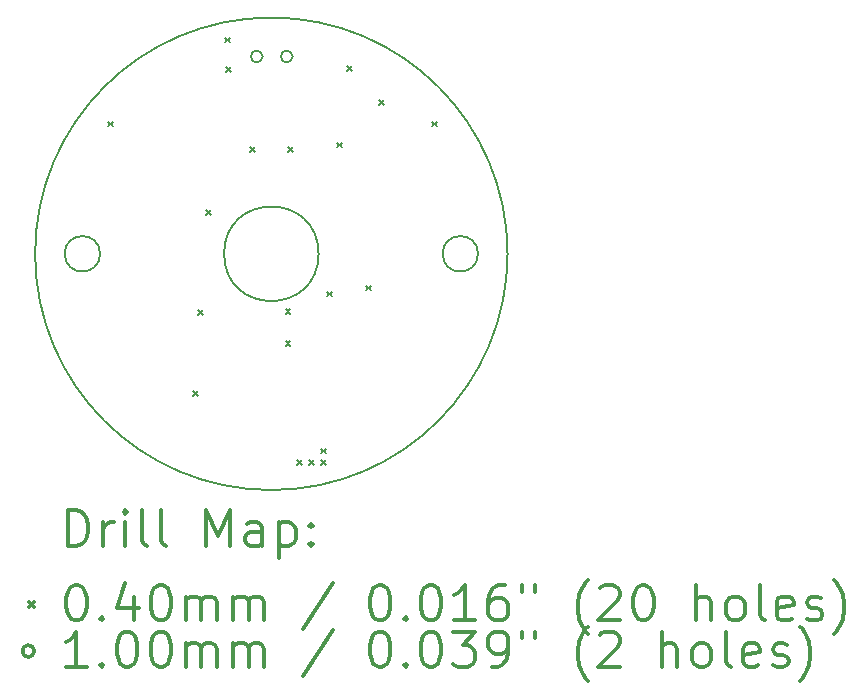
<source format=gbr>
%FSLAX45Y45*%
G04 Gerber Fmt 4.5, Leading zero omitted, Abs format (unit mm)*
G04 Created by KiCad (PCBNEW (5.0.2)-1) date 06.03.2019 15:03:52*
%MOMM*%
%LPD*%
G01*
G04 APERTURE LIST*
%ADD10C,0.150000*%
%ADD11C,0.200000*%
%ADD12C,0.300000*%
G04 APERTURE END LIST*
D10*
X11750000Y-10000000D02*
G75*
G03X11750000Y-10000000I-150000J0D01*
G01*
X8550000Y-10000000D02*
G75*
G03X8550000Y-10000000I-150000J0D01*
G01*
X10400000Y-10000000D02*
G75*
G03X10400000Y-10000000I-400000J0D01*
G01*
X12000000Y-10000000D02*
G75*
G03X12000000Y-10000000I-2000000J0D01*
G01*
D11*
X8620000Y-8880000D02*
X8660000Y-8920000D01*
X8660000Y-8880000D02*
X8620000Y-8920000D01*
X9340000Y-11160000D02*
X9380000Y-11200000D01*
X9380000Y-11160000D02*
X9340000Y-11200000D01*
X9380000Y-10480000D02*
X9420000Y-10520000D01*
X9420000Y-10480000D02*
X9380000Y-10520000D01*
X9450000Y-9630000D02*
X9490000Y-9670000D01*
X9490000Y-9630000D02*
X9450000Y-9670000D01*
X9610000Y-8170000D02*
X9650000Y-8210000D01*
X9650000Y-8170000D02*
X9610000Y-8210000D01*
X9620000Y-8420000D02*
X9660000Y-8460000D01*
X9660000Y-8420000D02*
X9620000Y-8460000D01*
X9820000Y-9100000D02*
X9860000Y-9140000D01*
X9860000Y-9100000D02*
X9820000Y-9140000D01*
X10120000Y-10470000D02*
X10160000Y-10510000D01*
X10160000Y-10470000D02*
X10120000Y-10510000D01*
X10120000Y-10740000D02*
X10160000Y-10780000D01*
X10160000Y-10740000D02*
X10120000Y-10780000D01*
X10140000Y-9100000D02*
X10180000Y-9140000D01*
X10180000Y-9100000D02*
X10140000Y-9140000D01*
X10220000Y-11750000D02*
X10260000Y-11790000D01*
X10260000Y-11750000D02*
X10220000Y-11790000D01*
X10320000Y-11750000D02*
X10360000Y-11790000D01*
X10360000Y-11750000D02*
X10320000Y-11790000D01*
X10420000Y-11650000D02*
X10460000Y-11690000D01*
X10460000Y-11650000D02*
X10420000Y-11690000D01*
X10420000Y-11750000D02*
X10460000Y-11790000D01*
X10460000Y-11750000D02*
X10420000Y-11790000D01*
X10470000Y-10320000D02*
X10510000Y-10360000D01*
X10510000Y-10320000D02*
X10470000Y-10360000D01*
X10560000Y-9060000D02*
X10600000Y-9100000D01*
X10600000Y-9060000D02*
X10560000Y-9100000D01*
X10640000Y-8410000D02*
X10680000Y-8450000D01*
X10680000Y-8410000D02*
X10640000Y-8450000D01*
X10800000Y-10270000D02*
X10840000Y-10310000D01*
X10840000Y-10270000D02*
X10800000Y-10310000D01*
X10910000Y-8700000D02*
X10950000Y-8740000D01*
X10950000Y-8700000D02*
X10910000Y-8740000D01*
X11360000Y-8880000D02*
X11400000Y-8920000D01*
X11400000Y-8880000D02*
X11360000Y-8920000D01*
X9926000Y-8330000D02*
G75*
G03X9926000Y-8330000I-50000J0D01*
G01*
X10180000Y-8330000D02*
G75*
G03X10180000Y-8330000I-50000J0D01*
G01*
D12*
X8278928Y-12473214D02*
X8278928Y-12173214D01*
X8350357Y-12173214D01*
X8393214Y-12187500D01*
X8421786Y-12216071D01*
X8436071Y-12244643D01*
X8450357Y-12301786D01*
X8450357Y-12344643D01*
X8436071Y-12401786D01*
X8421786Y-12430357D01*
X8393214Y-12458929D01*
X8350357Y-12473214D01*
X8278928Y-12473214D01*
X8578928Y-12473214D02*
X8578928Y-12273214D01*
X8578928Y-12330357D02*
X8593214Y-12301786D01*
X8607500Y-12287500D01*
X8636071Y-12273214D01*
X8664643Y-12273214D01*
X8764643Y-12473214D02*
X8764643Y-12273214D01*
X8764643Y-12173214D02*
X8750357Y-12187500D01*
X8764643Y-12201786D01*
X8778928Y-12187500D01*
X8764643Y-12173214D01*
X8764643Y-12201786D01*
X8950357Y-12473214D02*
X8921786Y-12458929D01*
X8907500Y-12430357D01*
X8907500Y-12173214D01*
X9107500Y-12473214D02*
X9078928Y-12458929D01*
X9064643Y-12430357D01*
X9064643Y-12173214D01*
X9450357Y-12473214D02*
X9450357Y-12173214D01*
X9550357Y-12387500D01*
X9650357Y-12173214D01*
X9650357Y-12473214D01*
X9921786Y-12473214D02*
X9921786Y-12316071D01*
X9907500Y-12287500D01*
X9878928Y-12273214D01*
X9821786Y-12273214D01*
X9793214Y-12287500D01*
X9921786Y-12458929D02*
X9893214Y-12473214D01*
X9821786Y-12473214D01*
X9793214Y-12458929D01*
X9778928Y-12430357D01*
X9778928Y-12401786D01*
X9793214Y-12373214D01*
X9821786Y-12358929D01*
X9893214Y-12358929D01*
X9921786Y-12344643D01*
X10064643Y-12273214D02*
X10064643Y-12573214D01*
X10064643Y-12287500D02*
X10093214Y-12273214D01*
X10150357Y-12273214D01*
X10178928Y-12287500D01*
X10193214Y-12301786D01*
X10207500Y-12330357D01*
X10207500Y-12416071D01*
X10193214Y-12444643D01*
X10178928Y-12458929D01*
X10150357Y-12473214D01*
X10093214Y-12473214D01*
X10064643Y-12458929D01*
X10336071Y-12444643D02*
X10350357Y-12458929D01*
X10336071Y-12473214D01*
X10321786Y-12458929D01*
X10336071Y-12444643D01*
X10336071Y-12473214D01*
X10336071Y-12287500D02*
X10350357Y-12301786D01*
X10336071Y-12316071D01*
X10321786Y-12301786D01*
X10336071Y-12287500D01*
X10336071Y-12316071D01*
X7952500Y-12947500D02*
X7992500Y-12987500D01*
X7992500Y-12947500D02*
X7952500Y-12987500D01*
X8336071Y-12803214D02*
X8364643Y-12803214D01*
X8393214Y-12817500D01*
X8407500Y-12831786D01*
X8421786Y-12860357D01*
X8436071Y-12917500D01*
X8436071Y-12988929D01*
X8421786Y-13046071D01*
X8407500Y-13074643D01*
X8393214Y-13088929D01*
X8364643Y-13103214D01*
X8336071Y-13103214D01*
X8307500Y-13088929D01*
X8293214Y-13074643D01*
X8278928Y-13046071D01*
X8264643Y-12988929D01*
X8264643Y-12917500D01*
X8278928Y-12860357D01*
X8293214Y-12831786D01*
X8307500Y-12817500D01*
X8336071Y-12803214D01*
X8564643Y-13074643D02*
X8578928Y-13088929D01*
X8564643Y-13103214D01*
X8550357Y-13088929D01*
X8564643Y-13074643D01*
X8564643Y-13103214D01*
X8836071Y-12903214D02*
X8836071Y-13103214D01*
X8764643Y-12788929D02*
X8693214Y-13003214D01*
X8878928Y-13003214D01*
X9050357Y-12803214D02*
X9078928Y-12803214D01*
X9107500Y-12817500D01*
X9121786Y-12831786D01*
X9136071Y-12860357D01*
X9150357Y-12917500D01*
X9150357Y-12988929D01*
X9136071Y-13046071D01*
X9121786Y-13074643D01*
X9107500Y-13088929D01*
X9078928Y-13103214D01*
X9050357Y-13103214D01*
X9021786Y-13088929D01*
X9007500Y-13074643D01*
X8993214Y-13046071D01*
X8978928Y-12988929D01*
X8978928Y-12917500D01*
X8993214Y-12860357D01*
X9007500Y-12831786D01*
X9021786Y-12817500D01*
X9050357Y-12803214D01*
X9278928Y-13103214D02*
X9278928Y-12903214D01*
X9278928Y-12931786D02*
X9293214Y-12917500D01*
X9321786Y-12903214D01*
X9364643Y-12903214D01*
X9393214Y-12917500D01*
X9407500Y-12946071D01*
X9407500Y-13103214D01*
X9407500Y-12946071D02*
X9421786Y-12917500D01*
X9450357Y-12903214D01*
X9493214Y-12903214D01*
X9521786Y-12917500D01*
X9536071Y-12946071D01*
X9536071Y-13103214D01*
X9678928Y-13103214D02*
X9678928Y-12903214D01*
X9678928Y-12931786D02*
X9693214Y-12917500D01*
X9721786Y-12903214D01*
X9764643Y-12903214D01*
X9793214Y-12917500D01*
X9807500Y-12946071D01*
X9807500Y-13103214D01*
X9807500Y-12946071D02*
X9821786Y-12917500D01*
X9850357Y-12903214D01*
X9893214Y-12903214D01*
X9921786Y-12917500D01*
X9936071Y-12946071D01*
X9936071Y-13103214D01*
X10521786Y-12788929D02*
X10264643Y-13174643D01*
X10907500Y-12803214D02*
X10936071Y-12803214D01*
X10964643Y-12817500D01*
X10978928Y-12831786D01*
X10993214Y-12860357D01*
X11007500Y-12917500D01*
X11007500Y-12988929D01*
X10993214Y-13046071D01*
X10978928Y-13074643D01*
X10964643Y-13088929D01*
X10936071Y-13103214D01*
X10907500Y-13103214D01*
X10878928Y-13088929D01*
X10864643Y-13074643D01*
X10850357Y-13046071D01*
X10836071Y-12988929D01*
X10836071Y-12917500D01*
X10850357Y-12860357D01*
X10864643Y-12831786D01*
X10878928Y-12817500D01*
X10907500Y-12803214D01*
X11136071Y-13074643D02*
X11150357Y-13088929D01*
X11136071Y-13103214D01*
X11121786Y-13088929D01*
X11136071Y-13074643D01*
X11136071Y-13103214D01*
X11336071Y-12803214D02*
X11364643Y-12803214D01*
X11393214Y-12817500D01*
X11407500Y-12831786D01*
X11421786Y-12860357D01*
X11436071Y-12917500D01*
X11436071Y-12988929D01*
X11421786Y-13046071D01*
X11407500Y-13074643D01*
X11393214Y-13088929D01*
X11364643Y-13103214D01*
X11336071Y-13103214D01*
X11307500Y-13088929D01*
X11293214Y-13074643D01*
X11278928Y-13046071D01*
X11264643Y-12988929D01*
X11264643Y-12917500D01*
X11278928Y-12860357D01*
X11293214Y-12831786D01*
X11307500Y-12817500D01*
X11336071Y-12803214D01*
X11721786Y-13103214D02*
X11550357Y-13103214D01*
X11636071Y-13103214D02*
X11636071Y-12803214D01*
X11607500Y-12846071D01*
X11578928Y-12874643D01*
X11550357Y-12888929D01*
X11978928Y-12803214D02*
X11921786Y-12803214D01*
X11893214Y-12817500D01*
X11878928Y-12831786D01*
X11850357Y-12874643D01*
X11836071Y-12931786D01*
X11836071Y-13046071D01*
X11850357Y-13074643D01*
X11864643Y-13088929D01*
X11893214Y-13103214D01*
X11950357Y-13103214D01*
X11978928Y-13088929D01*
X11993214Y-13074643D01*
X12007500Y-13046071D01*
X12007500Y-12974643D01*
X11993214Y-12946071D01*
X11978928Y-12931786D01*
X11950357Y-12917500D01*
X11893214Y-12917500D01*
X11864643Y-12931786D01*
X11850357Y-12946071D01*
X11836071Y-12974643D01*
X12121786Y-12803214D02*
X12121786Y-12860357D01*
X12236071Y-12803214D02*
X12236071Y-12860357D01*
X12678928Y-13217500D02*
X12664643Y-13203214D01*
X12636071Y-13160357D01*
X12621786Y-13131786D01*
X12607500Y-13088929D01*
X12593214Y-13017500D01*
X12593214Y-12960357D01*
X12607500Y-12888929D01*
X12621786Y-12846071D01*
X12636071Y-12817500D01*
X12664643Y-12774643D01*
X12678928Y-12760357D01*
X12778928Y-12831786D02*
X12793214Y-12817500D01*
X12821786Y-12803214D01*
X12893214Y-12803214D01*
X12921786Y-12817500D01*
X12936071Y-12831786D01*
X12950357Y-12860357D01*
X12950357Y-12888929D01*
X12936071Y-12931786D01*
X12764643Y-13103214D01*
X12950357Y-13103214D01*
X13136071Y-12803214D02*
X13164643Y-12803214D01*
X13193214Y-12817500D01*
X13207500Y-12831786D01*
X13221786Y-12860357D01*
X13236071Y-12917500D01*
X13236071Y-12988929D01*
X13221786Y-13046071D01*
X13207500Y-13074643D01*
X13193214Y-13088929D01*
X13164643Y-13103214D01*
X13136071Y-13103214D01*
X13107500Y-13088929D01*
X13093214Y-13074643D01*
X13078928Y-13046071D01*
X13064643Y-12988929D01*
X13064643Y-12917500D01*
X13078928Y-12860357D01*
X13093214Y-12831786D01*
X13107500Y-12817500D01*
X13136071Y-12803214D01*
X13593214Y-13103214D02*
X13593214Y-12803214D01*
X13721786Y-13103214D02*
X13721786Y-12946071D01*
X13707500Y-12917500D01*
X13678928Y-12903214D01*
X13636071Y-12903214D01*
X13607500Y-12917500D01*
X13593214Y-12931786D01*
X13907500Y-13103214D02*
X13878928Y-13088929D01*
X13864643Y-13074643D01*
X13850357Y-13046071D01*
X13850357Y-12960357D01*
X13864643Y-12931786D01*
X13878928Y-12917500D01*
X13907500Y-12903214D01*
X13950357Y-12903214D01*
X13978928Y-12917500D01*
X13993214Y-12931786D01*
X14007500Y-12960357D01*
X14007500Y-13046071D01*
X13993214Y-13074643D01*
X13978928Y-13088929D01*
X13950357Y-13103214D01*
X13907500Y-13103214D01*
X14178928Y-13103214D02*
X14150357Y-13088929D01*
X14136071Y-13060357D01*
X14136071Y-12803214D01*
X14407500Y-13088929D02*
X14378928Y-13103214D01*
X14321786Y-13103214D01*
X14293214Y-13088929D01*
X14278928Y-13060357D01*
X14278928Y-12946071D01*
X14293214Y-12917500D01*
X14321786Y-12903214D01*
X14378928Y-12903214D01*
X14407500Y-12917500D01*
X14421786Y-12946071D01*
X14421786Y-12974643D01*
X14278928Y-13003214D01*
X14536071Y-13088929D02*
X14564643Y-13103214D01*
X14621786Y-13103214D01*
X14650357Y-13088929D01*
X14664643Y-13060357D01*
X14664643Y-13046071D01*
X14650357Y-13017500D01*
X14621786Y-13003214D01*
X14578928Y-13003214D01*
X14550357Y-12988929D01*
X14536071Y-12960357D01*
X14536071Y-12946071D01*
X14550357Y-12917500D01*
X14578928Y-12903214D01*
X14621786Y-12903214D01*
X14650357Y-12917500D01*
X14764643Y-13217500D02*
X14778928Y-13203214D01*
X14807500Y-13160357D01*
X14821786Y-13131786D01*
X14836071Y-13088929D01*
X14850357Y-13017500D01*
X14850357Y-12960357D01*
X14836071Y-12888929D01*
X14821786Y-12846071D01*
X14807500Y-12817500D01*
X14778928Y-12774643D01*
X14764643Y-12760357D01*
X7992500Y-13363500D02*
G75*
G03X7992500Y-13363500I-50000J0D01*
G01*
X8436071Y-13499214D02*
X8264643Y-13499214D01*
X8350357Y-13499214D02*
X8350357Y-13199214D01*
X8321786Y-13242071D01*
X8293214Y-13270643D01*
X8264643Y-13284929D01*
X8564643Y-13470643D02*
X8578928Y-13484929D01*
X8564643Y-13499214D01*
X8550357Y-13484929D01*
X8564643Y-13470643D01*
X8564643Y-13499214D01*
X8764643Y-13199214D02*
X8793214Y-13199214D01*
X8821786Y-13213500D01*
X8836071Y-13227786D01*
X8850357Y-13256357D01*
X8864643Y-13313500D01*
X8864643Y-13384929D01*
X8850357Y-13442071D01*
X8836071Y-13470643D01*
X8821786Y-13484929D01*
X8793214Y-13499214D01*
X8764643Y-13499214D01*
X8736071Y-13484929D01*
X8721786Y-13470643D01*
X8707500Y-13442071D01*
X8693214Y-13384929D01*
X8693214Y-13313500D01*
X8707500Y-13256357D01*
X8721786Y-13227786D01*
X8736071Y-13213500D01*
X8764643Y-13199214D01*
X9050357Y-13199214D02*
X9078928Y-13199214D01*
X9107500Y-13213500D01*
X9121786Y-13227786D01*
X9136071Y-13256357D01*
X9150357Y-13313500D01*
X9150357Y-13384929D01*
X9136071Y-13442071D01*
X9121786Y-13470643D01*
X9107500Y-13484929D01*
X9078928Y-13499214D01*
X9050357Y-13499214D01*
X9021786Y-13484929D01*
X9007500Y-13470643D01*
X8993214Y-13442071D01*
X8978928Y-13384929D01*
X8978928Y-13313500D01*
X8993214Y-13256357D01*
X9007500Y-13227786D01*
X9021786Y-13213500D01*
X9050357Y-13199214D01*
X9278928Y-13499214D02*
X9278928Y-13299214D01*
X9278928Y-13327786D02*
X9293214Y-13313500D01*
X9321786Y-13299214D01*
X9364643Y-13299214D01*
X9393214Y-13313500D01*
X9407500Y-13342071D01*
X9407500Y-13499214D01*
X9407500Y-13342071D02*
X9421786Y-13313500D01*
X9450357Y-13299214D01*
X9493214Y-13299214D01*
X9521786Y-13313500D01*
X9536071Y-13342071D01*
X9536071Y-13499214D01*
X9678928Y-13499214D02*
X9678928Y-13299214D01*
X9678928Y-13327786D02*
X9693214Y-13313500D01*
X9721786Y-13299214D01*
X9764643Y-13299214D01*
X9793214Y-13313500D01*
X9807500Y-13342071D01*
X9807500Y-13499214D01*
X9807500Y-13342071D02*
X9821786Y-13313500D01*
X9850357Y-13299214D01*
X9893214Y-13299214D01*
X9921786Y-13313500D01*
X9936071Y-13342071D01*
X9936071Y-13499214D01*
X10521786Y-13184929D02*
X10264643Y-13570643D01*
X10907500Y-13199214D02*
X10936071Y-13199214D01*
X10964643Y-13213500D01*
X10978928Y-13227786D01*
X10993214Y-13256357D01*
X11007500Y-13313500D01*
X11007500Y-13384929D01*
X10993214Y-13442071D01*
X10978928Y-13470643D01*
X10964643Y-13484929D01*
X10936071Y-13499214D01*
X10907500Y-13499214D01*
X10878928Y-13484929D01*
X10864643Y-13470643D01*
X10850357Y-13442071D01*
X10836071Y-13384929D01*
X10836071Y-13313500D01*
X10850357Y-13256357D01*
X10864643Y-13227786D01*
X10878928Y-13213500D01*
X10907500Y-13199214D01*
X11136071Y-13470643D02*
X11150357Y-13484929D01*
X11136071Y-13499214D01*
X11121786Y-13484929D01*
X11136071Y-13470643D01*
X11136071Y-13499214D01*
X11336071Y-13199214D02*
X11364643Y-13199214D01*
X11393214Y-13213500D01*
X11407500Y-13227786D01*
X11421786Y-13256357D01*
X11436071Y-13313500D01*
X11436071Y-13384929D01*
X11421786Y-13442071D01*
X11407500Y-13470643D01*
X11393214Y-13484929D01*
X11364643Y-13499214D01*
X11336071Y-13499214D01*
X11307500Y-13484929D01*
X11293214Y-13470643D01*
X11278928Y-13442071D01*
X11264643Y-13384929D01*
X11264643Y-13313500D01*
X11278928Y-13256357D01*
X11293214Y-13227786D01*
X11307500Y-13213500D01*
X11336071Y-13199214D01*
X11536071Y-13199214D02*
X11721786Y-13199214D01*
X11621786Y-13313500D01*
X11664643Y-13313500D01*
X11693214Y-13327786D01*
X11707500Y-13342071D01*
X11721786Y-13370643D01*
X11721786Y-13442071D01*
X11707500Y-13470643D01*
X11693214Y-13484929D01*
X11664643Y-13499214D01*
X11578928Y-13499214D01*
X11550357Y-13484929D01*
X11536071Y-13470643D01*
X11864643Y-13499214D02*
X11921786Y-13499214D01*
X11950357Y-13484929D01*
X11964643Y-13470643D01*
X11993214Y-13427786D01*
X12007500Y-13370643D01*
X12007500Y-13256357D01*
X11993214Y-13227786D01*
X11978928Y-13213500D01*
X11950357Y-13199214D01*
X11893214Y-13199214D01*
X11864643Y-13213500D01*
X11850357Y-13227786D01*
X11836071Y-13256357D01*
X11836071Y-13327786D01*
X11850357Y-13356357D01*
X11864643Y-13370643D01*
X11893214Y-13384929D01*
X11950357Y-13384929D01*
X11978928Y-13370643D01*
X11993214Y-13356357D01*
X12007500Y-13327786D01*
X12121786Y-13199214D02*
X12121786Y-13256357D01*
X12236071Y-13199214D02*
X12236071Y-13256357D01*
X12678928Y-13613500D02*
X12664643Y-13599214D01*
X12636071Y-13556357D01*
X12621786Y-13527786D01*
X12607500Y-13484929D01*
X12593214Y-13413500D01*
X12593214Y-13356357D01*
X12607500Y-13284929D01*
X12621786Y-13242071D01*
X12636071Y-13213500D01*
X12664643Y-13170643D01*
X12678928Y-13156357D01*
X12778928Y-13227786D02*
X12793214Y-13213500D01*
X12821786Y-13199214D01*
X12893214Y-13199214D01*
X12921786Y-13213500D01*
X12936071Y-13227786D01*
X12950357Y-13256357D01*
X12950357Y-13284929D01*
X12936071Y-13327786D01*
X12764643Y-13499214D01*
X12950357Y-13499214D01*
X13307500Y-13499214D02*
X13307500Y-13199214D01*
X13436071Y-13499214D02*
X13436071Y-13342071D01*
X13421786Y-13313500D01*
X13393214Y-13299214D01*
X13350357Y-13299214D01*
X13321786Y-13313500D01*
X13307500Y-13327786D01*
X13621786Y-13499214D02*
X13593214Y-13484929D01*
X13578928Y-13470643D01*
X13564643Y-13442071D01*
X13564643Y-13356357D01*
X13578928Y-13327786D01*
X13593214Y-13313500D01*
X13621786Y-13299214D01*
X13664643Y-13299214D01*
X13693214Y-13313500D01*
X13707500Y-13327786D01*
X13721786Y-13356357D01*
X13721786Y-13442071D01*
X13707500Y-13470643D01*
X13693214Y-13484929D01*
X13664643Y-13499214D01*
X13621786Y-13499214D01*
X13893214Y-13499214D02*
X13864643Y-13484929D01*
X13850357Y-13456357D01*
X13850357Y-13199214D01*
X14121786Y-13484929D02*
X14093214Y-13499214D01*
X14036071Y-13499214D01*
X14007500Y-13484929D01*
X13993214Y-13456357D01*
X13993214Y-13342071D01*
X14007500Y-13313500D01*
X14036071Y-13299214D01*
X14093214Y-13299214D01*
X14121786Y-13313500D01*
X14136071Y-13342071D01*
X14136071Y-13370643D01*
X13993214Y-13399214D01*
X14250357Y-13484929D02*
X14278928Y-13499214D01*
X14336071Y-13499214D01*
X14364643Y-13484929D01*
X14378928Y-13456357D01*
X14378928Y-13442071D01*
X14364643Y-13413500D01*
X14336071Y-13399214D01*
X14293214Y-13399214D01*
X14264643Y-13384929D01*
X14250357Y-13356357D01*
X14250357Y-13342071D01*
X14264643Y-13313500D01*
X14293214Y-13299214D01*
X14336071Y-13299214D01*
X14364643Y-13313500D01*
X14478928Y-13613500D02*
X14493214Y-13599214D01*
X14521786Y-13556357D01*
X14536071Y-13527786D01*
X14550357Y-13484929D01*
X14564643Y-13413500D01*
X14564643Y-13356357D01*
X14550357Y-13284929D01*
X14536071Y-13242071D01*
X14521786Y-13213500D01*
X14493214Y-13170643D01*
X14478928Y-13156357D01*
M02*

</source>
